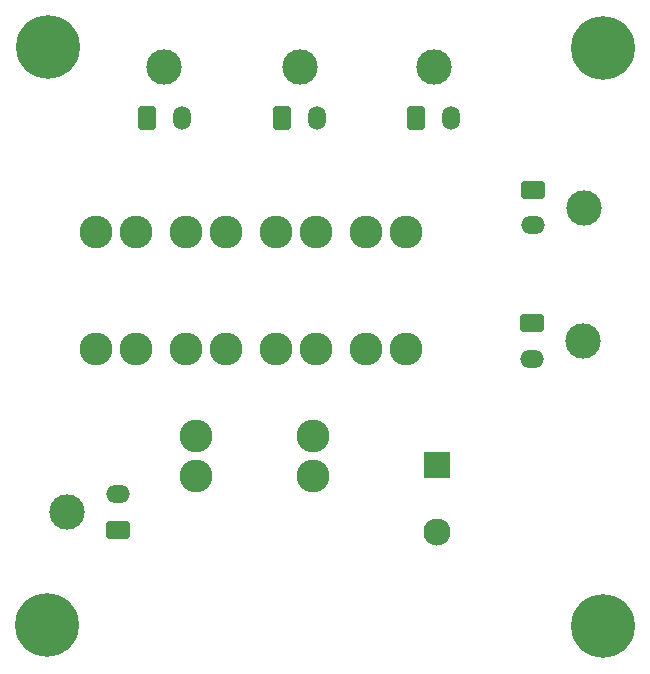
<source format=gbr>
%TF.GenerationSoftware,KiCad,Pcbnew,7.0.8*%
%TF.CreationDate,2024-01-15T21:24:21-08:00*%
%TF.ProjectId,Power Distribution 2023-2024,506f7765-7220-4446-9973-747269627574,rev?*%
%TF.SameCoordinates,Original*%
%TF.FileFunction,Soldermask,Bot*%
%TF.FilePolarity,Negative*%
%FSLAX46Y46*%
G04 Gerber Fmt 4.6, Leading zero omitted, Abs format (unit mm)*
G04 Created by KiCad (PCBNEW 7.0.8) date 2024-01-15 21:24:21*
%MOMM*%
%LPD*%
G01*
G04 APERTURE LIST*
G04 Aperture macros list*
%AMRoundRect*
0 Rectangle with rounded corners*
0 $1 Rounding radius*
0 $2 $3 $4 $5 $6 $7 $8 $9 X,Y pos of 4 corners*
0 Add a 4 corners polygon primitive as box body*
4,1,4,$2,$3,$4,$5,$6,$7,$8,$9,$2,$3,0*
0 Add four circle primitives for the rounded corners*
1,1,$1+$1,$2,$3*
1,1,$1+$1,$4,$5*
1,1,$1+$1,$6,$7*
1,1,$1+$1,$8,$9*
0 Add four rect primitives between the rounded corners*
20,1,$1+$1,$2,$3,$4,$5,0*
20,1,$1+$1,$4,$5,$6,$7,0*
20,1,$1+$1,$6,$7,$8,$9,0*
20,1,$1+$1,$8,$9,$2,$3,0*%
G04 Aperture macros list end*
%ADD10C,2.780000*%
%ADD11C,3.000000*%
%ADD12RoundRect,0.250001X-0.759999X0.499999X-0.759999X-0.499999X0.759999X-0.499999X0.759999X0.499999X0*%
%ADD13O,2.020000X1.500000*%
%ADD14RoundRect,0.250001X-0.499999X-0.759999X0.499999X-0.759999X0.499999X0.759999X-0.499999X0.759999X0*%
%ADD15O,1.500000X2.020000*%
%ADD16R,2.300000X2.300000*%
%ADD17C,2.300000*%
%ADD18C,5.400000*%
%ADD19RoundRect,0.250001X0.759999X-0.499999X0.759999X0.499999X-0.759999X0.499999X-0.759999X-0.499999X0*%
G04 APERTURE END LIST*
D10*
%TO.C,F5*%
X228180000Y-126460000D03*
X231580000Y-126460000D03*
X228180000Y-116540000D03*
X231580000Y-116540000D03*
%TD*%
%TO.C,F2*%
X220560000Y-126460000D03*
X223960000Y-126460000D03*
X220560000Y-116540000D03*
X223960000Y-116540000D03*
%TD*%
D11*
%TO.C,J3*%
X261902214Y-114506100D03*
D12*
X257582214Y-113006100D03*
D13*
X257582214Y-116006100D03*
%TD*%
D11*
%TO.C,J7*%
X249166756Y-102577783D03*
D14*
X247666756Y-106897783D03*
D15*
X250666756Y-106897783D03*
%TD*%
D10*
%TO.C,F3*%
X235800000Y-126460000D03*
X239200000Y-126460000D03*
X235800000Y-116540000D03*
X239200000Y-116540000D03*
%TD*%
D16*
%TO.C,J4*%
X249414056Y-136256176D03*
D17*
X249414056Y-141956177D03*
%TD*%
D11*
%TO.C,J5*%
X226362275Y-102611171D03*
D14*
X224862275Y-106931171D03*
D15*
X227862275Y-106931171D03*
%TD*%
D18*
%TO.C,He2*%
X216522170Y-100948890D03*
%TD*%
D11*
%TO.C,J6*%
X237831218Y-102637707D03*
D14*
X236331218Y-106957707D03*
D15*
X239331218Y-106957707D03*
%TD*%
D10*
%TO.C,F1*%
X243420000Y-126460000D03*
X246820000Y-126460000D03*
X243420000Y-116540000D03*
X246820000Y-116540000D03*
%TD*%
%TO.C,F4*%
X229040000Y-133800000D03*
X229040000Y-137200000D03*
X238960000Y-133800000D03*
X238960000Y-137200000D03*
%TD*%
D18*
%TO.C,He3*%
X263495160Y-100967233D03*
%TD*%
D11*
%TO.C,J1*%
X261838888Y-125814569D03*
D12*
X257518888Y-124314569D03*
D13*
X257518888Y-127314569D03*
%TD*%
D18*
%TO.C,He1*%
X216462748Y-149860000D03*
%TD*%
%TO.C,He4*%
X263518251Y-149932561D03*
%TD*%
D11*
%TO.C,J2*%
X218142573Y-140269463D03*
D19*
X222462573Y-141769463D03*
D13*
X222462573Y-138769463D03*
%TD*%
M02*

</source>
